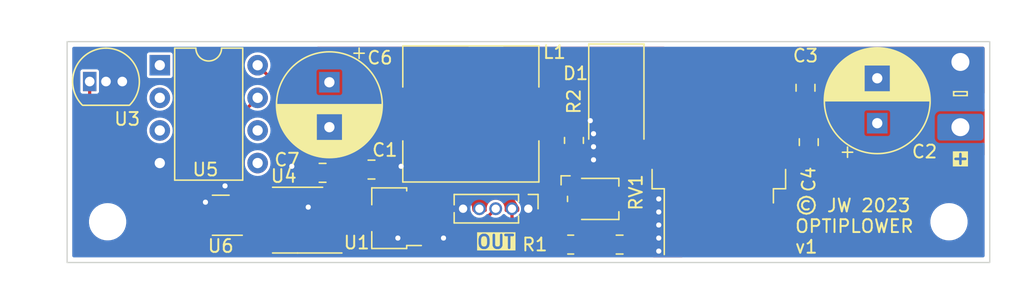
<source format=kicad_pcb>
(kicad_pcb (version 20221018) (generator pcbnew)
  (title_block (comment 4 "AISLER Project ID: VBFHKIOV"))
  (layers (0 "F.Cu" signal) (31 "B.Cu" signal) (34 "B.Paste" user) (35 "F.Paste" user) (36 "B.SilkS" user "B.Silkscreen") (37 "F.SilkS" user "F.Silkscreen") (38 "B.Mask" user) (39 "F.Mask" user) (44 "Edge.Cuts" user))
  (net 0 "")
  (net 1 "+3V3")
  (net 2 "GND")
  (net 3 "+24V")
  (net 4 "Net-(U2-VC)")
  (net 5 "VCC")
  (net 6 "Net-(U2-FB)")
  (net 7 "/SENSE")
  (net 8 "Net-(R1-Pad2)")
  (net 9 "Net-(R2-Pad1)")
  (net 20 "/SW")
  (footprint "MountingHole:MountingHole_2.2mm_M2" (layer "F.Cu") (at 188.214 92.456)
    (fp_text reference "H1" hide)
    (fp_text value "~" hide)
    (pad "" np_thru_hole circle (at 0 0) (size 2.2 2.2) (drill 2.2) (layers "*.Cu" "*.Mask"))
  )
  (footprint "Package_SO:SOIC-8_3.9x4.9mm_P1.27mm" (layer "F.Cu") (at 203.011 92.329 180)
    (fp_text reference "U4" (at 1.081 3.429) (layer "F.SilkS"))
    (fp_text value "ATtiny25-20SS")
    (pad "1" smd roundrect (at -2.475 -1.905 180) (size 1.95 0.6) (layers "F.Cu" "F.Paste" "F.Mask"))
    (pad "2" smd roundrect (at -2.475 -0.635 180) (size 1.95 0.6) (layers "F.Cu" "F.Paste" "F.Mask"))
    (pad "3" smd roundrect (at -2.475 0.635 180) (size 1.95 0.6) (layers "F.Cu" "F.Paste" "F.Mask"))
    (pad "4" smd roundrect (at -2.475 1.905 180) (size 1.95 0.6) (layers "F.Cu" "F.Paste" "F.Mask") (net 2 "GND"))
    (pad "5" smd roundrect (at 2.475 1.905 180) (size 1.95 0.6) (layers "F.Cu" "F.Paste" "F.Mask"))
    (pad "6" smd roundrect (at 2.475 0.635 180) (size 1.95 0.6) (layers "F.Cu" "F.Paste" "F.Mask"))
    (pad "7" smd roundrect (at 2.475 -0.635 180) (size 1.95 0.6) (layers "F.Cu" "F.Paste" "F.Mask") (net 7 "/SENSE"))
    (pad "8" smd roundrect (at 2.475 -1.905 180) (size 1.95 0.6) (layers "F.Cu" "F.Paste" "F.Mask") (net 1 "+3V3"))
  )
  (footprint "Capacitor_SMD:C_0805_2012Metric_Pad1.18x1.45mm_HandSolder" (layer "F.Cu") (at 228.092 94.234)
    (fp_text reference "C5" hide)
    (fp_text value "33n")
    (pad "1" smd roundrect (at -1.0375 0) (size 1.175 1.45) (layers "F.Cu" "F.Paste" "F.Mask") (roundrect_rratio 0.2127659574) (net 5 "VCC"))
    (pad "2" smd roundrect (at 1.0375 0) (size 1.175 1.45) (layers "F.Cu" "F.Paste" "F.Mask") (roundrect_rratio 0.2127659574) (net 6 "Net-(U2-FB)"))
  )
  (footprint "Package_TO_SOT_THT:TO-92_Inline" (layer "F.Cu") (at 186.817 81.534)
    (fp_text reference "U3" (at 2.921 2.921) (layer "F.SilkS"))
    (fp_text value "DS2502")
    (pad "1" thru_hole rect (at 0 0) (size 1.05 1.5) (drill 0.75) (layers "*.Cu" "*.Mask") (net 7 "/SENSE"))
    (pad "2" thru_hole oval (at 1.27 0) (size 1.05 1.5) (drill 0.75) (layers "*.Cu" "*.Mask") (net 2 "GND"))
    (pad "3" thru_hole oval (at 2.54 0) (size 1.05 1.5) (drill 0.75) (layers "*.Cu" "*.Mask") (net 2 "GND"))
  )
  (footprint "Capacitor_SMD:C_0805_2012Metric_Pad1.18x1.45mm_HandSolder" (layer "F.Cu") (at 208.7665 88.392)
    (fp_text reference "C1" (at 1.0375 -1.524) (layer "F.SilkS"))
    (fp_text value "1uF")
    (pad "1" smd roundrect (at -1.0375 0) (size 1.175 1.45) (layers "F.Cu" "F.Paste" "F.Mask") (roundrect_rratio 0.2127659574) (net 1 "+3V3"))
    (pad "2" smd roundrect (at 1.0375 0) (size 1.175 1.45) (layers "F.Cu" "F.Paste" "F.Mask") (roundrect_rratio 0.2127659574) (net 2 "GND"))
  )
  (footprint "Capacitor_SMD:C_0805_2012Metric_Pad1.18x1.45mm_HandSolder" (layer "F.Cu") (at 242.824 86.2545 90)
    (fp_text reference "C4" (at -2.8995 0 90) (layer "F.SilkS"))
    (fp_text value "1uF")
    (pad "1" smd roundrect (at -1.0375 0 90) (size 1.175 1.45) (layers "F.Cu" "F.Paste" "F.Mask") (roundrect_rratio 0.2127659574) (net 3 "+24V"))
    (pad "2" smd roundrect (at 1.0375 0 90) (size 1.175 1.45) (layers "F.Cu" "F.Paste" "F.Mask") (roundrect_rratio 0.2127659574) (net 4 "Net-(U2-VC)"))
  )
  (footprint "Optiplower:5.08_PWR_IN" (layer "F.Cu") (at 254.635 85.09 90)
    (fp_text reference "J1" hide)
    (fp_text value "Conn_01x02" hide)
    (pad "1" thru_hole roundrect (at 0 0 90) (size 2.08 3.6) (drill 1.4) (layers "*.Cu" "*.Mask") (roundrect_rratio 0.1201918269) (net 3 "+24V"))
    (pad "2" thru_hole oval (at 5.08 0 90) (size 2.08 3.6) (drill 1.4) (layers "*.Cu" "*.Mask") (net 2 "GND"))
  )
  (footprint "Connector_PinHeader_1.27mm:PinHeader_1x05_P1.27mm_Vertical" (layer "F.Cu") (at 220.98 91.44 -90)
    (fp_text reference "J2" hide)
    (fp_text value "Conn_01x03" hide)
    (pad "1" thru_hole rect (at 0 0 270) (size 1 1) (drill 0.65) (layers "*.Cu" "*.Mask") (net 2 "GND"))
    (pad "2" thru_hole oval (at 0 1.27 270) (size 1 1) (drill 0.65) (layers "*.Cu" "*.Mask") (net 5 "VCC"))
    (pad "3" thru_hole oval (at 0 2.54 270) (size 1 1) (drill 0.65) (layers "*.Cu" "*.Mask") (net 7 "/SENSE"))
    (pad "4" thru_hole oval (at 0 3.81 270) (size 1 1) (drill 0.65) (layers "*.Cu" "*.Mask") (net 5 "VCC"))
    (pad "5" thru_hole oval (at 0 5.08 270) (size 1 1) (drill 0.65) (layers "*.Cu" "*.Mask") (net 2 "GND"))
  )
  (footprint "Optiplower:CP_Radial_D8.0mm_P3.50mm_H11.5" (layer "F.Cu") (at 248.158 84.78 90)
    (fp_text reference "C2" (at -2.215 3.683) (layer "F.SilkS"))
    (fp_text value "470uF")
    (pad "1" thru_hole rect (at 0 0 90) (size 1.6 1.6) (drill 0.8) (layers "*.Cu" "*.Mask") (net 3 "+24V"))
    (pad "2" thru_hole circle (at 3.5 0 90) (size 1.6 1.6) (drill 0.8) (layers "*.Cu" "*.Mask") (net 2 "GND"))
  )
  (footprint "Capacitor_SMD:C_0805_2012Metric_Pad1.18x1.45mm_HandSolder" (layer "F.Cu") (at 204.9565 88.646 180)
    (fp_text reference "C7" (at 2.7725 1.016) (layer "F.SilkS"))
    (fp_text value "1uF")
    (pad "1" smd roundrect (at -1.0375 0 180) (size 1.175 1.45) (layers "F.Cu" "F.Paste" "F.Mask") (roundrect_rratio 0.2127659574) (net 5 "VCC"))
    (pad "2" smd roundrect (at 1.0375 0 180) (size 1.175 1.45) (layers "F.Cu" "F.Paste" "F.Mask") (roundrect_rratio 0.2127659574) (net 2 "GND"))
  )
  (footprint "Package_TO_SOT_SMD:TO-263-5_TabPin3" (layer "F.Cu") (at 235.82 85.06 90)
    (fp_text reference "U2" hide)
    (fp_text value "XL4015")
    (pad "1" smd roundrect (at -7.65 -3.4 90) (size 4.6 1.1) (layers "F.Cu" "F.Paste" "F.Mask") (roundrect_rratio 0.2272727273) (net 2 "GND"))
    (pad "2" smd roundrect (at -7.65 -1.7 90) (size 4.6 1.1) (layers "F.Cu" "F.Paste" "F.Mask") (roundrect_rratio 0.2272727273) (net 6 "Net-(U2-FB)"))
    (pad "3" smd roundrect (at -7.65 0 90) (size 4.6 1.1) (layers "F.Cu" "F.Paste" "F.Mask") (roundrect_rratio 0.2272727273) (net 20 "/SW"))
    (pad "3" smd roundrect (at -0.925 -2.775 90) (size 4.55 5.25) (layers "F.Cu" "F.Paste") (roundrect_rratio 0.05494505495) (net 20 "/SW"))
    (pad "3" smd roundrect (at -0.925 2.775 90) (size 4.55 5.25) (layers "F.Cu" "F.Paste") (roundrect_rratio 0.05494505495) (net 20 "/SW"))
    (pad "3" smd roundrect (at 1.5 0 90) (size 9.4 10.8) (layers "F.Cu" "F.Mask") (roundrect_rratio 0.02659595745) (net 20 "/SW"))
    (pad "3" smd roundrect (at 3.925 -2.775 90) (size 4.55 5.25) (layers "F.Cu" "F.Paste") (roundrect_rratio 0.05494505495) (net 20 "/SW"))
    (pad "3" smd roundrect (at 3.925 2.775 90) (size 4.55 5.25) (layers "F.Cu" "F.Paste") (roundrect_rratio 0.05494505495) (net 20 "/SW"))
    (pad "4" smd roundrect (at -7.65 1.7 90) (size 4.6 1.1) (layers "F.Cu" "F.Paste" "F.Mask") (roundrect_rratio 0.2272727273) (net 4 "Net-(U2-VC)"))
    (pad "5" smd roundrect (at -7.65 3.4 90) (size 4.6 1.1) (layers "F.Cu" "F.Paste" "F.Mask") (roundrect_rratio 0.2272727273) (net 3 "+24V"))
  )
  (footprint "Package_DIP:DIP-8_W7.62mm" (layer "F.Cu") (at 192.278 80.264)
    (fp_text reference "U5" (at 3.556 8.128) (layer "F.SilkS"))
    (fp_text value "ATtiny85-20P")
    (pad "1" thru_hole rect (at 0 0) (size 1.6 1.6) (drill 0.8) (layers "*.Cu" "*.Mask"))
    (pad "2" thru_hole oval (at 0 2.54) (size 1.6 1.6) (drill 0.8) (layers "*.Cu" "*.Mask"))
    (pad "3" thru_hole oval (at 0 5.08) (size 1.6 1.6) (drill 0.8) (layers "*.Cu" "*.Mask"))
    (pad "4" thru_hole oval (at 0 7.62) (size 1.6 1.6) (drill 0.8) (layers "*.Cu" "*.Mask") (net 2 "GND"))
    (pad "5" thru_hole oval (at 7.62 7.62) (size 1.6 1.6) (drill 0.8) (layers "*.Cu" "*.Mask"))
    (pad "6" thru_hole oval (at 7.62 5.08) (size 1.6 1.6) (drill 0.8) (layers "*.Cu" "*.Mask"))
    (pad "7" thru_hole oval (at 7.62 2.54) (size 1.6 1.6) (drill 0.8) (layers "*.Cu" "*.Mask") (net 7 "/SENSE"))
    (pad "8" thru_hole oval (at 7.62 0) (size 1.6 1.6) (drill 0.8) (layers "*.Cu" "*.Mask") (net 1 "+3V3"))
  )
  (footprint "Resistor_SMD:R_0805_2012Metric_Pad1.20x1.40mm_HandSolder" (layer "F.Cu") (at 224.282 94.234)
    (fp_text reference "R1" (at -2.794 0) (layer "F.SilkS"))
    (fp_text value "150K")
    (pad "1" smd roundrect (at -1 0) (size 1.2 1.4) (layers "F.Cu" "F.Paste" "F.Mask") (roundrect_rratio 0.2083333333) (net 5 "VCC"))
    (pad "2" smd roundrect (at 1 0) (size 1.2 1.4) (layers "F.Cu" "F.Paste" "F.Mask") (roundrect_rratio 0.2083333333) (net 8 "Net-(R1-Pad2)"))
  )
  (footprint "Package_TO_SOT_SMD:SOT-23" (layer "F.Cu") (at 197.0255 91.948 180)
    (fp_text reference "U6" (at 0 -2.4) (layer "F.SilkS"))
    (fp_text value "DS2502S+")
    (pad "1" smd roundrect (at -0.9375 -0.95 180) (size 1.475 0.6) (layers "F.Cu" "F.Paste" "F.Mask") (net 7 "/SENSE"))
    (pad "2" smd roundrect (at -0.9375 0.95 180) (size 1.475 0.6) (layers "F.Cu" "F.Paste" "F.Mask") (net 2 "GND"))
    (pad "3" smd roundrect (at 0.9375 0 180) (size 1.475 0.6) (layers "F.Cu" "F.Paste" "F.Mask") (net 2 "GND"))
  )
  (footprint "Optiplower:CP_Radial_D8.0mm_P3.50mm_H11.5" (layer "F.Cu") (at 205.486 81.59 -90)
    (fp_text reference "C6" (at -1.903349 -3.937) (layer "F.SilkS"))
    (fp_text value "470uF")
    (pad "1" thru_hole rect (at 0 0 270) (size 1.6 1.6) (drill 0.8) (layers "*.Cu" "*.Mask") (net 5 "VCC"))
    (pad "2" thru_hole circle (at 3.5 0 270) (size 1.6 1.6) (drill 0.8) (layers "*.Cu" "*.Mask") (net 2 "GND"))
  )
  (footprint "MountingHole:MountingHole_2.2mm_M2" (layer "F.Cu") (at 253.746 92.456)
    (fp_text reference "H2" hide)
    (fp_text value "~" hide)
    (pad "" np_thru_hole circle (at 0 0) (size 2.2 2.2) (drill 2.2) (layers "*.Cu" "*.Mask"))
  )
  (footprint "Optiplower:L_MDA1050_10x11mm" (layer "F.Cu") (at 216.505 84.06 180)
    (fp_text reference "L1" (at -6.507 4.812) (layer "F.SilkS"))
    (fp_text value "47uH")
    (pad "1" smd rect (at -4.475 0 180) (size 3.55 3.5) (layers "F.Cu" "F.Paste" "F.Mask") (net 20 "/SW"))
    (pad "2" smd rect (at 4.475 0 180) (size 3.55 3.5) (layers "F.Cu" "F.Paste" "F.Mask") (net 5 "VCC"))
  )
  (footprint "Resistor_SMD:R_0805_2012Metric_Pad1.20x1.40mm_HandSolder" (layer "F.Cu") (at 224.536 86.122 90)
    (fp_text reference "R2" (at 3.032 0 90) (layer "F.SilkS"))
    (fp_text value "10K")
    (pad "1" smd roundrect (at -1 0 90) (size 1.2 1.4) (layers "F.Cu" "F.Paste" "F.Mask") (roundrect_rratio 0.2083333333) (net 9 "Net-(R2-Pad1)"))
    (pad "2" smd roundrect (at 1 0 90) (size 1.2 1.4) (layers "F.Cu" "F.Paste" "F.Mask") (roundrect_rratio 0.2083333333) (net 2 "GND"))
  )
  (footprint "Capacitor_SMD:C_0805_2012Metric_Pad1.18x1.45mm_HandSolder" (layer "F.Cu") (at 242.57 82.0205 90)
    (fp_text reference "C3" (at 2.497 0) (layer "F.SilkS"))
    (fp_text value "1uF")
    (pad "1" smd roundrect (at -1.0375 0 90) (size 1.175 1.45) (layers "F.Cu" "F.Paste" "F.Mask") (roundrect_rratio 0.2127659574) (net 3 "+24V"))
    (pad "2" smd roundrect (at 1.0375 0 90) (size 1.175 1.45) (layers "F.Cu" "F.Paste" "F.Mask") (roundrect_rratio 0.2127659574) (net 2 "GND"))
  )
  (footprint "Diode_SMD:D_SMB_Handsoldering" (layer "F.Cu") (at 227.838 83.32 -90)
    (fp_text reference "D1" (at -2.421 3.175 -180) (layer "F.SilkS"))
    (fp_text value "SK84B")
    (pad "1" smd roundrect (at -2.7 0 270) (size 3.5 2.3) (layers "F.Cu" "F.Paste" "F.Mask") (roundrect_rratio 0.1086956522) (net 20 "/SW"))
    (pad "2" smd roundrect (at 2.7 0 270) (size 3.5 2.3) (layers "F.Cu" "F.Paste" "F.Mask") (roundrect_rratio 0.1086956522) (net 2 "GND"))
  )
  (footprint "Potentiometer_SMD:Potentiometer_Bourns_TC33X_Vertical" (layer "F.Cu") (at 226.134 90.678)
    (fp_text reference "RV1" (at 3.228 -0.508 90) (layer "F.SilkS"))
    (fp_text value "1K")
    (pad "1" smd rect (at -1.8 -1) (size 1.2 1.2) (layers "F.Cu" "F.Paste" "F.Mask") (net 9 "Net-(R2-Pad1)"))
    (pad "2" smd rect (at 1.45 0) (size 1.5 1.6) (layers "F.Cu" "F.Paste" "F.Mask") (net 6 "Net-(U2-FB)"))
    (pad "3" smd rect (at -1.8 1) (size 1.2 1.2) (layers "F.Cu" "F.Paste" "F.Mask") (net 8 "Net-(R1-Pad2)"))
  )
  (footprint "Package_TO_SOT_SMD:SOT-89-3_Handsoldering" (layer "F.Cu") (at 210.148 92.178 180)
    (fp_text reference "U1" (at 2.54 -1.905) (layer "F.SilkS"))
    (fp_text value "LR7533-M")
    (pad "1" smd rect (at -2.45 -1.5 180) (size 2.3 0.9) (layers "F.Cu" "F.Paste" "F.Mask") (net 2 "GND"))
    (pad "2" smd custom (at -2.3625 0 180) (size 2.475 0.9) (layers "F.Cu" "F.Paste" "F.Mask") (net 1 "+3V3") (options (clearance outline) (anchor rect)) (primitives (gr_poly (pts (xy 5.3625 0.8665) (xy 1.2375 0.8665) (xy 1.2375 -0.8665) (xy 5.3625 -0.8665)) (width 0) (fill yes))))
    (pad "3" smd rect (at -2.45 1.5 180) (size 2.3 0.9) (layers "F.Cu" "F.Paste" "F.Mask") (net 5 "VCC"))
  )
  (gr_rect (start 185.059 78.425) (end 256.921 95.631) (stroke (width 0.1)) (fill none) (layer "Edge.Cuts"))
  (gr_text "+" (at 254.635 87.63 180) (layer "F.SilkS" knockout) (effects (font (size 1 1) (thickness 0.2) bold)))
  (gr_text "OUT" (at 218.44 94.615) (layer "F.SilkS" knockout) (effects (font (size 1 1) (thickness 0.2) bold) (justify bottom)))
  (gr_text "© JW 2023\nOPTIPLOWER\nv1" (at 241.681 94.996) (layer "F.SilkS") (effects (font (size 1 1)) (justify left bottom)))
  (gr_text "-" (at 254.635 82.55 180) (layer "F.SilkS" knockout) (effects (font (size 1 1) (thickness 0.2) bold)))
  (segment (start 204.333 89.799) (end 201.836 92.296) (width 0.25) (layer "F.Cu") (net 1))
  (segment (start 207.729 88.392) (end 207.729 88.536673) (width 0.25) (layer "F.Cu") (net 1))
  (segment (start 201.168 94.234) (end 200.536 94.234) (width 0.25) (layer "F.Cu") (net 1))
  (segment (start 201.836 92.296) (end 201.836 93.566) (width 0.25) (layer "F.Cu") (net 1))
  (segment (start 199.898 80.264) (end 201.836 82.202) (width 0.25) (layer "F.Cu") (net 1))
  (segment (start 211.515 92.178) (end 212.5105 92.178) (width 0.25) (layer "F.Cu") (net 1))
  (segment (start 201.836 93.566) (end 201.168 94.234) (width 0.25) (layer "F.Cu") (net 1))
  (segment (start 206.466673 89.799) (end 204.333 89.799) (width 0.25) (layer "F.Cu") (net 1))
  (segment (start 207.729 88.392) (end 211.515 92.178) (width 0.25) (layer "F.Cu") (net 1))
  (segment (start 207.729 88.536673) (end 206.466673 89.799) (width 0.25) (layer "F.Cu") (net 1))
  (segment (start 201.836 82.202) (end 201.836 92.296) (width 0.25) (layer "F.Cu") (net 1))
  (segment (start 232.42 93.462) (end 231.14 94.742) (width 0.25) (layer "F.Cu") (net 2))
  (segment (start 210.82 88.392) (end 211.074 88.138) (width 0.25) (layer "F.Cu") (net 2))
  (segment (start 232.156 92.71) (end 231.14 91.694) (width 0.25) (layer "F.Cu") (net 2))
  (segment (start 197.358 89.662) (end 197.963 90.267) (width 0.25) (layer "F.Cu") (net 2))
  (segment (start 214.328 93.678) (end 214.376 93.726) (width 0.25) (layer "F.Cu") (net 2))
  (segment (start 232.156 92.71) (end 231.14 93.726) (width 0.25) (layer "F.Cu") (net 2))
  (segment (start 209.804 88.392) (end 210.82 88.392) (width 0.25) (layer "F.Cu") (net 2))
  (segment (start 232.42 91.958) (end 231.14 90.678) (width 0.25) (layer "F.Cu") (net 2))
  (segment (start 232.42 92.71) (end 232.42 91.958) (width 0.25) (layer "F.Cu") (net 2))
  (segment (start 210.868 93.678) (end 210.82 93.726) (width 0.25) (layer "F.Cu") (net 2))
  (segment (start 204.732598 90.424) (end 203.839299 91.317299) (width 0.25) (layer "F.Cu") (net 2))
  (segment (start 232.42 92.71) (end 232.42 93.462) (width 0.25) (layer "F.Cu") (net 2))
  (segment (start 212.598 93.678) (end 214.328 93.678) (width 0.25) (layer "F.Cu") (net 2))
  (segment (start 205.486 90.424) (end 204.732598 90.424) (width 0.25) (layer "F.Cu") (net 2))
  (segment (start 232.42 92.71) (end 231.14 92.71) (width 0.25) (layer "F.Cu") (net 2))
  (segment (start 203.919 88.646) (end 203.0685 88.646) (width 0.25) (layer "F.Cu") (net 2))
  (segment (start 232.42 92.71) (end 232.156 92.71) (width 0.25) (layer "F.Cu") (net 2))
  (segment (start 212.598 93.678) (end 210.868 93.678) (width 0.25) (layer "F.Cu") (net 2))
  (segment (start 197.963 90.267) (end 197.963 90.998) (width 0.25) (layer "F.Cu") (net 2))
  (segment (start 196.088 91.948) (end 196.088 91.186) (width 0.25) (layer "F.Cu") (net 2))
  (segment (start 196.088 91.186) (end 195.834 90.932) (width 0.25) (layer "F.Cu") (net 2))
  (segment (start 203.0685 88.646) (end 202.5605 88.138) (width 0.25) (layer "F.Cu") (net 2))
  (via (at 225.806 84.582) (size 0.8) (drill 0.4) (layers "F.Cu" "B.Cu") (net 2))
  (via (at 231.14 93.726) (size 0.8) (drill 0.4) (layers "F.Cu" "B.Cu") (net 2))
  (via (at 231.14 94.742) (size 0.8) (drill 0.4) (layers "F.Cu" "B.Cu") (net 2))
  (via (at 226.06 87.63) (size 0.8) (drill 0.4) (layers "F.Cu" "B.Cu") (net 2))
  (via (at 203.839299 91.317299) (size 0.8) (drill 0.4) (layers "F.Cu" "B.Cu") (net 2))
  (via (at 226.06 86.614) (size 0.8) (drill 0.4) (layers "F.Cu" "B.Cu") (net 2))
  (via (at 202.5605 88.138) (size 0.8) (drill 0.4) (layers "F.Cu" "B.Cu") (net 2))
  (via (at 231.14 91.694) (size 0.8) (drill 0.4) (layers "F.Cu" "B.Cu") (net 2))
  (via (at 231.14 92.71) (size 0.8) (drill 0.4) (layers "F.Cu" "B.Cu") (net 2))
  (via (at 231.14 90.678) (size 0.8) (drill 0.4) (layers "F.Cu" "B.Cu") (net 2))
  (via (at 214.376 93.726) (size 0.8) (drill 0.4) (layers "F.Cu" "B.Cu") (net 2))
  (via (at 197.358 89.662) (size 0.8) (drill 0.4) (layers "F.Cu" "B.Cu") (net 2))
  (via (at 226.06 85.598) (size 0.8) (drill 0.4) (layers "F.Cu" "B.Cu") (net 2))
  (via (at 210.82 93.726) (size 0.8) (drill 0.4) (layers "F.Cu" "B.Cu") (net 2))
  (via (at 211.074 88.138) (size 0.8) (drill 0.4) (layers "F.Cu" "B.Cu") (net 2))
  (via (at 195.834 90.932) (size 0.8) (drill 0.4) (layers "F.Cu" "B.Cu") (net 2))
  (segment (start 242.57 83.058) (end 243.874 84.362) (width 0.25) (layer "F.Cu") (net 3))
  (segment (start 242.824 89.106) (end 239.22 92.71) (width 0.25) (layer "F.Cu") (net 3))
  (segment (start 243.874 84.362) (end 243.874 86.242) (width 0.25) (layer "F.Cu") (net 3))
  (segment (start 242.824 87.292) (end 242.824 89.106) (width 0.25) (layer "F.Cu") (net 3))
  (segment (start 243.874 86.242) (end 242.824 87.292) (width 0.25) (layer "F.Cu") (net 3))
  (segment (start 241.545 86.496) (end 241.545 88.401) (width 0.25) (layer "F.Cu") (net 4))
  (segment (start 242.824 85.217) (end 241.545 86.496) (width 0.25) (layer "F.Cu") (net 4))
  (segment (start 241.026396 88.919604) (end 239.502396 88.919604) (width 0.25) (layer "F.Cu") (net 4))
  (segment (start 239.502396 88.919604) (end 237.52 90.902) (width 0.25) (layer "F.Cu") (net 4))
  (segment (start 241.545 88.401) (end 241.026396 88.919604) (width 0.25) (layer "F.Cu") (net 4))
  (segment (start 237.52 90.902) (end 237.52 92.71) (width 0.25) (layer "F.Cu") (net 4))
  (segment (start 221.796894 94.234) (end 219.71 92.147106) (width 0.25) (layer "F.Cu") (net 5))
  (segment (start 205.994 88.646) (end 205.994 88.501327) (width 0.25) (layer "F.Cu") (net 5))
  (segment (start 210.435327 84.06) (end 212.03 84.06) (width 0.25) (layer "F.Cu") (net 5))
  (segment (start 225.235 90.615) (end 219.827894 90.615) (width 0.25) (layer "F.Cu") (net 5))
  (segment (start 219.71 90.732894) (end 219.71 91.44) (width 0.25) (layer "F.Cu") (net 5))
  (segment (start 227.0545 94.234) (end 227.0545 92.4345) (width 0.25) (layer "F.Cu") (net 5))
  (segment (start 223.282 94.234) (end 221.796894 94.234) (width 0.25) (layer "F.Cu") (net 5))
  (segment (start 227.0545 92.4345) (end 225.235 90.615) (width 0.25) (layer "F.Cu") (net 5))
  (segment (start 212.598 84.628) (end 212.03 84.06) (width 0.25) (layer "F.Cu") (net 5))
  (segment (start 212.598 90.678) (end 212.598 84.628) (width 0.25) (layer "F.Cu") (net 5))
  (segment (start 205.994 88.501327) (end 210.435327 84.06) (width 0.25) (layer "F.Cu") (net 5))
  (segment (start 219.827894 90.615) (end 219.71 90.732894) (width 0.25) (layer "F.Cu") (net 5))
  (segment (start 219.71 92.147106) (end 219.71 91.44) (width 0.25) (layer "F.Cu") (net 5))
  (segment (start 227.584 90.678) (end 228.766 90.678) (width 0.25) (layer "F.Cu") (net 6))
  (segment (start 234.12 92.71) (end 234.12 90.483) (width 0.25) (layer "F.Cu") (net 6))
  (segment (start 234.12 90.483) (end 232.918 89.281) (width 0.25) (layer "F.Cu") (net 6))
  (segment (start 228.766 93.8705) (end 228.766 90.678) (width 0.25) (layer "F.Cu") (net 6))
  (segment (start 232.918 89.281) (end 230.163 89.281) (width 0.25) (layer "F.Cu") (net 6))
  (segment (start 230.163 89.281) (end 228.766 90.678) (width 0.25) (layer "F.Cu") (net 6))
  (segment (start 229.1295 94.234) (end 228.766 93.8705) (width 0.25) (layer "F.Cu") (net 6))
  (segment (start 215.021 94.859) (end 199.514249 94.859) (width 0.25) (layer "F.Cu") (net 7))
  (segment (start 198.773 90.307751) (end 199.136 90.670751) (width 0.25) (layer "F.Cu") (net 7))
  (segment (start 199.514249 94.859) (end 197.963 93.307751) (width 0.25) (layer "F.Cu") (net 7))
  (segment (start 197.963 93.307751) (end 197.963 92.898) (width 0.25) (layer "F.Cu") (net 7))
  (segment (start 218.44 91.44) (end 215.021 94.859) (width 0.25) (layer "F.Cu") (net 7))
  (segment (start 200.47 92.898) (end 200.536 92.964) (width 0.25) (layer "F.Cu") (net 7))
  (segment (start 197.963 92.898) (end 199.136 92.898) (width 0.25) (layer "F.Cu") (net 7))
  (segment (start 186.817 86.487) (end 186.817 81.534) (width 0.25) (layer "F.Cu") (net 7))
  (segment (start 199.898 82.804) (end 198.773 83.929) (width 0.25) (layer "F.Cu") (net 7))
  (segment (start 199.136 90.670751) (end 199.136 92.898) (width 0.25) (layer "F.Cu") (net 7))
  (segment (start 198.773 83.929) (end 198.773 90.307751) (width 0.25) (layer "F.Cu") (net 7))
  (segment (start 199.136 92.898) (end 200.47 92.898) (width 0.25) (layer "F.Cu") (net 7))
  (segment (start 195.189 94.859) (end 186.817 86.487) (width 0.25) (layer "F.Cu") (net 7))
  (segment (start 199.514249 94.859) (end 195.189 94.859) (width 0.25) (layer "F.Cu") (net 7))
  (segment (start 225.282 94.234) (end 225.282 92.626) (width 0.25) (layer "F.Cu") (net 8))
  (segment (start 225.282 92.626) (end 224.334 91.678) (width 0.25) (layer "F.Cu") (net 8))
  (segment (start 224.282 89.626) (end 224.334 89.678) (width 0.25) (layer "F.Cu") (net 9))
  (segment (start 224.282 87.122) (end 224.282 89.626) (width 0.25) (layer "F.Cu") (net 9))
  (segment (start 235.82 92.71) (end 235.82 83.56) (width 1) (layer "F.Cu") (net 20))
  (zone (net 20) (net_name "/SW") (layer "F.Cu") (priority 3) (connect_pads yes (clearance 0)) (min_thickness 0.25) (fill yes (thermal_gap 0.5) (thermal_bridge_width 0.5) (island_removal_mode 1) (island_area_min 10))
    (polygon (pts (xy 231.648 78.74) (xy 218.948 78.74) (xy 218.948 86.106) (xy 223.266 86.106) (xy 223.266 83.312) (xy 231.648 83.312)))
  )
  (zone (net 5) (net_name "VCC") (layer "F.Cu") (priority 4) (connect_pads yes (clearance 0)) (min_thickness 0.25) (fill yes (thermal_gap 0.5) (thermal_bridge_width 0.5) (island_removal_mode 1) (island_area_min 10))
    (polygon (pts (xy 204.47 78.74) (xy 204.47 83.058) (xy 207.772 83.058) (xy 210.058 86.106) (xy 213.36 86.106) (xy 216.408 90.678) (xy 216.662 91.694) (xy 220.472 91.694) (xy 216.408 84.836) (xy 216.408 78.74)))
  )
  (zone (net 2) (net_name "GND") (layer "F.Cu") (priority 1) (connect_pads yes (clearance 0)) (min_thickness 0.25) (fill yes (thermal_gap 0.5) (thermal_bridge_width 0.5) (island_removal_mode 1) (island_area_min 10))
    (polygon (pts (xy 256.54 78.74) (xy 241.808 78.74) (xy 241.808 81.788) (xy 244.348 81.788) (xy 245.364 82.55) (xy 256.54 82.55)))
  )
  (zone (net 2) (net_name "GND") (layer "F.Cu") (priority 6) (connect_pads yes (clearance 0)) (min_thickness 0.25) (fill yes (thermal_gap 0.5) (thermal_bridge_width 0.5) (island_removal_mode 1) (island_area_min 10))
    (polygon (pts (xy 233.045 90.424) (xy 230.632 89.916) (xy 230.632 95.25) (xy 233.045 95.25)))
  )
  (zone (net 2) (net_name "GND") (layer "F.Cu") (priority 5) (connect_pads yes (clearance 0)) (min_thickness 0.25) (fill yes (thermal_gap 0.5) (thermal_bridge_width 0.5) (island_removal_mode 1) (island_area_min 10))
    (polygon (pts (xy 229.108 84.074) (xy 223.52 84.074) (xy 223.52 86.106) (xy 225.806 86.106) (xy 225.806 87.884) (xy 229.108 87.884)))
  )
  (zone (net 3) (net_name "+24V") (layer "F.Cu") (priority 2) (connect_pads yes (clearance 0)) (min_thickness 0.25) (fill yes (thermal_gap 0.5) (thermal_bridge_width 0.5) (island_removal_mode 1) (island_area_min 10))
    (polygon (pts (xy 256.54 83.566) (xy 246.888 83.566) (xy 243.84 86.614) (xy 241.808 86.614) (xy 241.808 88.646) (xy 238.76 90.424) (xy 238.76 94.996) (xy 244.094 94.996) (xy 251.714 87.376) (xy 256.54 87.376)))
  )
  (zone (net 2) (net_name "GND") (layer "B.Cu") (connect_pads yes (clearance 0)) (min_thickness 0.25) (fill yes (thermal_gap 0.5) (thermal_bridge_width 0.5) (island_removal_mode 1) (island_area_min 10))
    (polygon (pts (xy 179.832 75.184) (xy 259.588 75.184) (xy 259.588 97.79) (xy 179.832 97.79)))
  )
)
</source>
